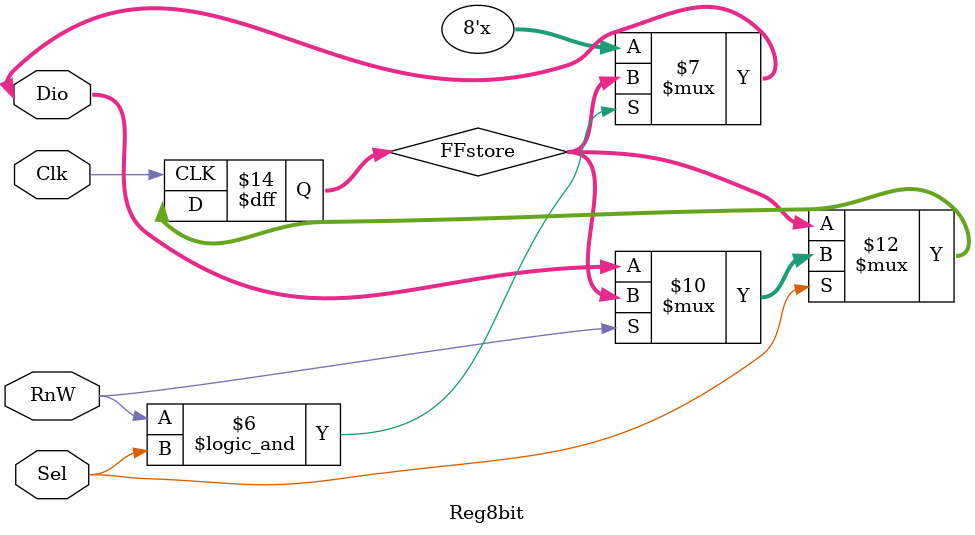
<source format=v>
module Reg8bit(Clk, Sel, RnW, Dio);

input Clk;  	 // clock input to trigger register storage
input Sel;  	 // select input that enables read/write operations
input RnW; 		 // read/write control input;
				 // 	0=> store data input at Dio[7:0] if Sel is 1
				 // 	1=> enable output to Dio[7:0] if Sel is 1
inout [7:0] Dio; // connection for data input and output
reg   [7:0] FFstore ;

always @(posedge Clk)
	if(Sel == 1'b1)
		if(RnW == 1'b1)
			FFstore[7:0] <= FFstore[7:0];
		else
			FFstore[7:0] <= Dio[7:0];
	else
		FFstore[7:0] <= FFstore[7:0];
		
assign Dio[7:0] = ((RnW == 1'b1) &&(Sel == 1'b1)) ? FFstore[7:0] : 8'bZ;		


endmodule

</source>
